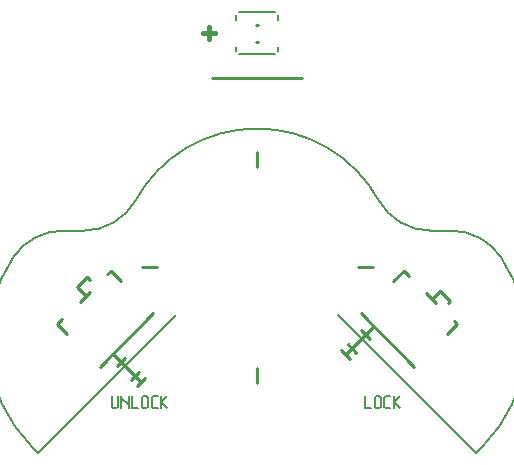
<source format=gbr>
G04 start of page 9 for group -4079 idx -4079 *
G04 Title: (unknown), topsilk *
G04 Creator: pcb 4.0.2 *
G04 CreationDate: Thu Apr 29 14:29:46 2021 UTC *
G04 For: petersen *
G04 Format: Gerber/RS-274X *
G04 PCB-Dimensions (mil): 2500.00 2500.00 *
G04 PCB-Coordinate-Origin: lower left *
%MOIN*%
%FSLAX25Y25*%
%LNTOPSILK*%
%ADD59C,0.0150*%
%ADD58C,0.0070*%
%ADD57C,0.0100*%
G54D57*X125000Y163500D02*Y158500D01*
G54D58*X119000Y196000D02*X131000D01*
X119000Y210000D02*X131000D01*
X132000Y209000D02*Y207500D01*
Y198500D02*Y197000D01*
G54D57*X110000Y188000D02*X140000D01*
G54D58*X118000Y198500D02*Y197000D01*
Y209000D02*Y207500D01*
G54D59*X109000Y205000D02*Y201000D01*
X107000Y203000D02*X111000D01*
G54D58*X67104Y137205D02*X60307D01*
X49921Y65220D02*X52003Y63138D01*
X98048Y109184D01*
G54D57*X91500Y125000D02*X86500D01*
G54D58*X189693Y137205D02*X182896D01*
X151952Y109184D02*X197997Y63138D01*
X200079Y65220D01*
G54D57*X158500Y125000D02*X163500D01*
X125000Y91500D02*Y86500D01*
G54D58*X67104Y137205D02*G75*G03X84596Y147509I0J20000D01*G01*
X60307Y137205D02*G75*G03X43726Y128389I0J-20000D01*G01*
X43824Y128535D02*G75*G03X49921Y65220I41452J-27960D01*G01*
X200079Y65220D02*G75*G03X206176Y128535I-35355J35355D01*G01*
X206274Y128389D02*G75*G03X189693Y137205I-16581J-11184D01*G01*
X165404Y147509D02*G75*G03X182896Y137205I17492J9696D01*G01*
X165451Y147422D02*G75*G03X84549Y147422I-40451J-22422D01*G01*
X161000Y82000D02*Y78000D01*
X163000D01*
X164200Y81500D02*Y78500D01*
Y81500D02*X164700Y82000D01*
X165700D01*
X166200Y81500D01*
Y78500D01*
X165700Y78000D02*X166200Y78500D01*
X164700Y78000D02*X165700D01*
X164200Y78500D02*X164700Y78000D01*
X167900D02*X169400D01*
X167400Y78500D02*X167900Y78000D01*
X167400Y81500D02*Y78500D01*
Y81500D02*X167900Y82000D01*
X169400D01*
X170600D02*Y78000D01*
Y80000D02*X172600Y82000D01*
X170600Y80000D02*X172600Y78000D01*
X76500Y82000D02*Y78500D01*
X77000Y78000D01*
X78000D01*
X78500Y78500D01*
Y82000D02*Y78500D01*
X79700Y82000D02*Y78000D01*
Y82000D02*Y81500D01*
X82200Y79000D01*
Y82000D02*Y78000D01*
X83400Y82000D02*Y78000D01*
X85400D01*
X86600Y81500D02*Y78500D01*
Y81500D02*X87100Y82000D01*
X88100D01*
X88600Y81500D01*
Y78500D01*
X88100Y78000D02*X88600Y78500D01*
X87100Y78000D02*X88100D01*
X86600Y78500D02*X87100Y78000D01*
X90300D02*X91800D01*
X89800Y78500D02*X90300Y78000D01*
X89800Y81500D02*Y78500D01*
Y81500D02*X90300Y82000D01*
X91800D01*
X93000D02*Y78000D01*
Y80000D02*X95000Y82000D01*
X93000Y80000D02*X95000Y78000D01*
G54D57*X124607Y200245D02*X125393D01*
X124607Y205755D02*X125393D01*
X58385Y106055D02*X60055Y107725D01*
X65901Y113571D02*X69242Y116912D01*
X75088Y122758D02*X76202Y123872D01*
X58385Y106055D02*X61725Y102714D01*
X76202Y123872D02*X79542Y120531D01*
X72582Y91857D02*X90399Y109674D01*
X65066Y118304D02*X68407Y121644D01*
X65066Y118304D02*X67850Y115520D01*
X68407Y121644D02*X69242Y120809D01*
X76897Y96172D02*X86363Y86707D01*
X84971Y85315D02*X87755Y88099D01*
X82883Y87403D02*X85667Y90187D01*
X78289Y91996D02*X81073Y94780D01*
X173798Y123872D02*X175469Y122201D01*
X181315Y116355D02*X184656Y113015D01*
X190502Y107169D02*X191615Y106055D01*
X173798Y123872D02*X170458Y120531D01*
X191615Y106055D02*X188275Y102714D01*
X159601Y109674D02*X177418Y91857D01*
X186048Y117191D02*X189388Y113850D01*
X186048Y117191D02*X183264Y114406D01*
X189388Y113850D02*X188553Y113015D01*
X163916Y105359D02*X154450Y95894D01*
X153059Y97285D02*X155843Y94502D01*
X155146Y99374D02*X157930Y96590D01*
X159740Y103967D02*X162524Y101183D01*
M02*

</source>
